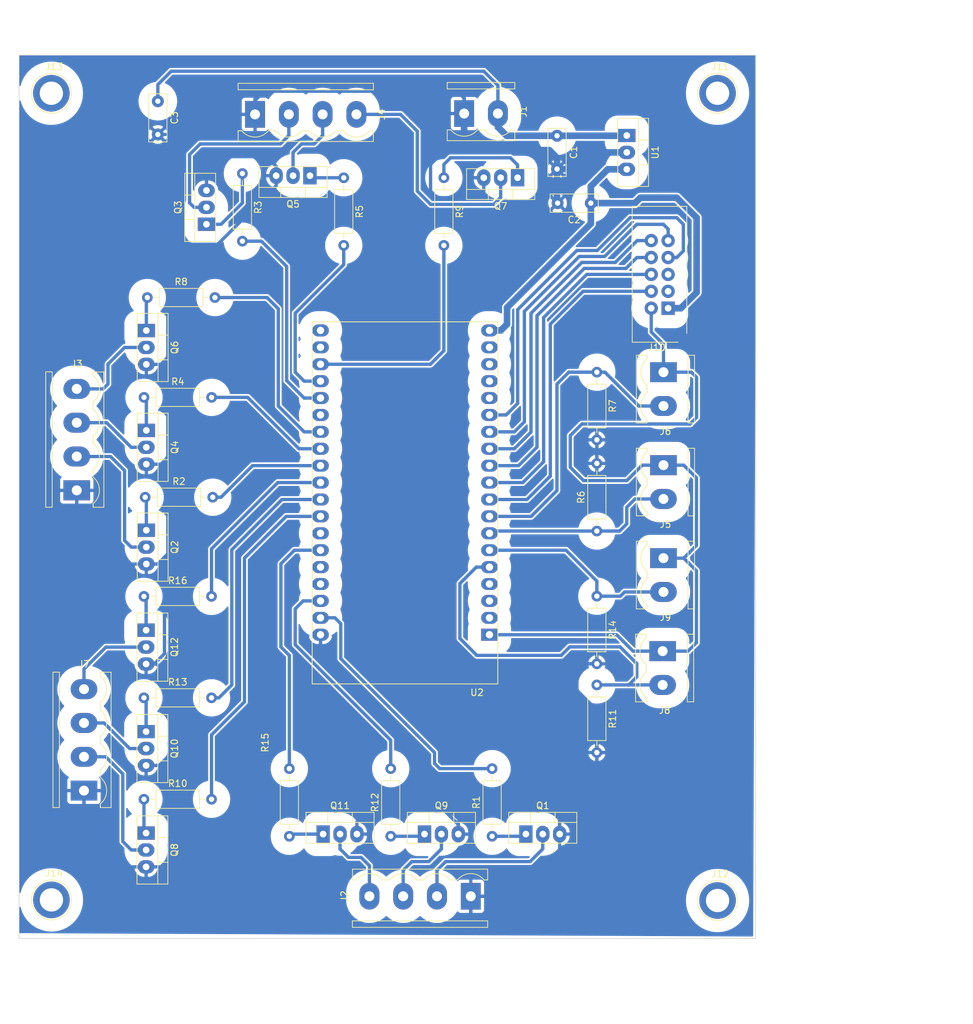
<source format=kicad_pcb>
(kicad_pcb (version 20221018) (generator pcbnew)
  (layers (0 "F.Cu" signal) (31 "B.Cu" signal) (34 "B.Paste" user) (35 "F.Paste" user) (36 "B.SilkS" user "B.Silkscreen") (37 "F.SilkS" user "F.Silkscreen") (38 "B.Mask" user) (39 "F.Mask" user) (44 "Edge.Cuts" user))
  (net 0 "")
  (net 1 "Net-(J2-Pin_2)")
  (net 2 "GND")
  (net 3 "+5V")
  (net 4 "+12V")
  (net 5 "Net-(J2-Pin_3)")
  (net 6 "Net-(J2-Pin_4)")
  (net 7 "Net-(J3-Pin_2)")
  (net 8 "Net-(J3-Pin_3)")
  (net 9 "Net-(J3-Pin_4)")
  (net 10 "Net-(J4-Pin_2)")
  (net 11 "Net-(J4-Pin_3)")
  (net 12 "Net-(J4-Pin_4)")
  (net 13 "Net-(J7-Pin_2)")
  (net 14 "+3.3V")
  (net 15 "/BT3")
  (net 16 "/BT4")
  (net 17 "Net-(J7-Pin_3)")
  (net 18 "Net-(J7-Pin_4)")
  (net 20 "/BT1")
  (net 21 "/BT2")
  (net 22 "Net-(J10-Pin_4)")
  (net 24 "Net-(J10-Pin_6)")
  (net 25 "Net-(J10-Pin_7)")
  (net 26 "Net-(J10-Pin_8)")
  (net 27 "Net-(J10-Pin_9)")
  (net 28 "Net-(J10-Pin_10)")
  (net 33 "Net-(Q1-G)")
  (net 34 "/BT1_R")
  (net 35 "/BT3_R")
  (net 36 "/BT4_R")
  (net 37 "/BT3_G")
  (net 38 "/BT4_G")
  (net 39 "/BT3_B")
  (net 40 "/BT4_B")
  (net 41 "/BT2_R")
  (net 42 "/BT1_G")
  (net 43 "/BT2_G")
  (net 44 "/BT1_B")
  (net 45 "/BT2_B")
  (net 46 "Net-(Q2-G)")
  (net 47 "Net-(Q3-G)")
  (net 48 "Net-(Q4-G)")
  (net 49 "Net-(Q5-G)")
  (net 50 "Net-(Q6-G)")
  (net 51 "Net-(Q7-G)")
  (net 52 "Net-(Q8-G)")
  (net 53 "Net-(Q9-G)")
  (net 54 "Net-(Q10-G)")
  (net 55 "Net-(Q11-G)")
  (net 56 "Net-(Q12-G)")
  (footprint "FootprintGamelGe2_v6:C_Rect_L7.0mm_W2.5mm_P5.00mm" (layer "F.Cu") (at 125.095 43.815 180)
    (fp_text reference "C2")
    (fp_text value "100 nF")
  )
  (footprint "FootprintGamelGe2_v6:TO-220-3_Vertical" (layer "F.Cu") (at 58.27 62.96 -90)
    (fp_text reference "Q6")
    (fp_text value "IRL510")
  )
  (footprint "FootprintGamelGe2_v6:Mounting_Screw_3mm" (layer "F.Cu") (at 44 148.5)
    (fp_text reference "J14")
    (fp_text value "Mounting_Screw_3mm")
  )
  (footprint "FootprintGamelGe2_v6:R_Axial_DIN0207_L6.3mm_D2.5mm_P10.16mm_Horizontal" (layer "F.Cu") (at 95.01 138.94 90)
    (fp_text reference "R12")
    (fp_text value "10")
  )
  (footprint "FootprintGamelGe2_v6:R_Axial_DIN0207_L6.3mm_D2.5mm_P10.16mm_Horizontal" (layer "F.Cu") (at 57.91 133.38)
    (fp_text reference "R10")
    (fp_text value "10")
  )
  (footprint "FootprintGamelGe2_v6:R_Axial_DIN0207_L6.3mm_D2.5mm_P10.16mm_Horizontal" (layer "F.Cu") (at 72.7075 39.37 -90)
    (fp_text reference "R3")
    (fp_text value "10")
  )
  (footprint "FootprintGamelGe2_v6:TO-220-3_Vertical" (layer "F.Cu") (at 58.235 107.98 -90)
    (fp_text reference "Q12")
    (fp_text value "IRL510")
  )
  (footprint "FootprintGamelGe2_v6:R_Axial_DIN0207_L6.3mm_D2.5mm_P10.16mm_Horizontal" (layer "F.Cu") (at 126 69.215 -90)
    (fp_text reference "R7")
    (fp_text value "10")
  )
  (footprint "FootprintGamelGe2_v6:OmnimateSL-5,08_1x02_P5.08mm_Vertical" (layer "F.Cu") (at 136.015 83.185 -90)
    (fp_text reference "J5")
    (fp_text value "Omnimate2")
  )
  (footprint "FootprintGamelGe2_v6:Mounting_Screw_3mm" (layer "F.Cu") (at 144.145 148.59)
    (fp_text reference "J12")
    (fp_text value "Mounting_Screw_3mm")
  )
  (footprint "FootprintGamelGe2_v6:TO-220-3_Vertical" (layer "F.Cu") (at 82.8675 39.695 180)
    (fp_text reference "Q5")
    (fp_text value "IRL510")
  )
  (footprint "FootprintGamelGe2_v6:TO-220-3_Vertical" (layer "F.Cu") (at 58.235 138.46 -90)
    (fp_text reference "Q8")
    (fp_text value "IRL510")
  )
  (footprint "FootprintGamelGe2_v6:TO-220-3_Vertical" (layer "F.Cu") (at 58.235 123.22 -90)
    (fp_text reference "Q10")
    (fp_text value "IRL510")
  )
  (footprint "FootprintGamelGe2_v6:R_Axial_DIN0207_L6.3mm_D2.5mm_P10.16mm_Horizontal" (layer "F.Cu") (at 79.77 138.94 90)
    (fp_text reference "R15")
    (fp_text value "10")
  )
  (footprint "FootprintGamelGe2_v6:OmnimateSL-5,08_1x04_P5.08mm_Vertical" (layer "F.Cu") (at 107.045 147.955 180)
    (fp_text reference "J2")
    (fp_text value "Omnimate4")
  )
  (footprint "FootprintGamelGe2_v6:R_Axial_DIN0207_L6.3mm_D2.5mm_P10.16mm_Horizontal" (layer "F.Cu") (at 58.095 88)
    (fp_text reference "R2")
    (fp_text value "10")
  )
  (footprint "FootprintGamelGe2_v6:TO-220-3_Vertical" (layer "F.Cu") (at 84.85 138.615)
    (fp_text reference "Q11")
    (fp_text value "IRL510")
  )
  (footprint "FootprintGamelGe2_v6:C_Rect_L7.0mm_W2.5mm_P5.00mm" (layer "F.Cu") (at 120.015 33.695 -90)
    (fp_text reference "C1")
    (fp_text value "330 nF")
  )
  (footprint "FootprintGamelGe2_v6:R_Axial_DIN0207_L6.3mm_D2.5mm_P10.16mm_Horizontal" (layer "F.Cu") (at 103 40.005 -90)
    (fp_text reference "R9")
    (fp_text value "10")
  )
  (footprint "FootprintGamelGe2_v6:R_Axial_DIN0207_L6.3mm_D2.5mm_P10.16mm_Horizontal" (layer "F.Cu") (at 126 116.205 -90)
    (fp_text reference "R11")
    (fp_text value "10")
  )
  (footprint "FootprintGamelGe2_v6:TO-220-3_Vertical" (layer "F.Cu") (at 130.5 33.655 -90)
    (fp_text reference "U1")
    (fp_text value "LM7805_TO220")
  )
  (footprint "FootprintGamelGe2_v6:R_Axial_DIN0207_L6.3mm_D2.5mm_P10.16mm_Horizontal" (layer "F.Cu") (at 57.91 102.9)
    (fp_text reference "R16")
    (fp_text value "10")
  )
  (footprint "FootprintGamelGe2_v6:Mounting_Screw_3mm" (layer "F.Cu") (at 144.145 27.305)
    (fp_text reference "J11")
    (fp_text value "Mounting_Screw_3mm")
  )
  (footprint "FootprintGamelGe2_v6:OmnimateSL-5,08_1x04_P5.08mm_Vertical" (layer "F.Cu") (at 48.895 132.08 90)
    (fp_text reference "J7")
    (fp_text value "Omnimate4")
  )
  (footprint "FootprintGamelGe2_v6:TO-220-3_Vertical" (layer "F.Cu") (at 67.31 46.99 90)
    (fp_text reference "Q3")
    (fp_text value "IRL510")
  )
  (footprint "FootprintGamelGe2_v6:TO-220-3_Vertical" (layer "F.Cu") (at 58.27 92.96 -90)
    (fp_text reference "Q2")
    (fp_text value "IRL510")
  )
  (footprint "FootprintGamelGe2_v6:C_Rect_L7.0mm_W2.5mm_P5.00mm" (layer "F.Cu") (at 60 28.5 -90)
    (fp_text reference "C3")
    (fp_text value "330 nF")
  )
  (footprint "FootprintGamelGe2_v6:OmnimateSL-5,08_1x02_P5.08mm_Vertical" (layer "F.Cu") (at 106.045 30.355)
    (fp_text reference "J1")
    (fp_text value "Omnimate2")
  )
  (footprint "FootprintGamelGe2_v6:R_Axial_DIN0207_L6.3mm_D2.5mm_P10.16mm_Horizontal" (layer "F.Cu") (at 126 102.87 -90)
    (fp_text reference "R14")
    (fp_text value "10")
  )
  (footprint "FootprintGamelGe2_v6:R_Axial_DIN0207_L6.3mm_D2.5mm_P10.16mm_Horizontal" (layer "F.Cu") (at 57.91 118.14)
    (fp_text reference "R13")
    (fp_text value "10")
  )
  (footprint "FootprintGamelGe2_v6:OmnimateSL-5,08_1x02_P5.08mm_Vertical" (layer "F.Cu") (at 136.015 97.155 -90)
    (fp_text reference "J9")
    (fp_text value "Omnimate2")
  )
  (footprint "FootprintGamelGe2_v6:R_Axial_DIN0207_L6.3mm_D2.5mm_P10.16mm_Horizontal" (layer "F.Cu") (at 57.92 73)
    (fp_text reference "R4")
    (fp_text value "10")
  )
  (footprint "FootprintGamelGe2_v6:OmnimateSL-5,08_1x04_P5.08mm_Vertical" (layer "F.Cu") (at 74.6125 30.48)
    (fp_text reference "J4")
    (fp_text value "Omnimate4")
  )
  (footprint "FootprintGamelGe2_v6:TO-220-3_Vertical" (layer "F.Cu") (at 58.27 77.96 -90)
    (fp_text reference "Q4")
    (fp_text value "IRL510")
  )
  (footprint "FootprintGamelGe2_v6:TO-220-3_Vertical" (layer "F.Cu") (at 114.08 40 180)
    (fp_text reference "Q7")
    (fp_text value "IRL510")
  )
  (footprint "libKicad:MODULE_ESP32-DEVKITC-32D" (layer "F.Cu") (at 97.155 88.9 180)
    (fp_text reference "U2")
    (fp_text value "ESP32-DEVKITC-32D")
  )
  (footprint "FootprintGamelGe2_v6:OmnimateSL-5,08_1x04_P5.08mm_Vertical" (layer "F.Cu") (at 47.81 86.965 90)
    (fp_text reference "J3")
    (fp_text value "Omnimate4")
  )
  (footprint "FootprintGamelGe2_v6:R_Axial_DIN0207_L6.3mm_D2.5mm_P10.16mm_Horizontal" (layer "F.Cu") (at 126 93.08 90)
    (fp_text reference "R6")
    (fp_text value "10k")
  )
  (footprint "FootprintGamelGe2_v6:HE10_2x05_P2.54mm" (layer "F.Cu") (at 136.715 59.605 180)
    (fp_text reference "J10")
    (fp_text value "HE10_02x05")
  )
  (footprint "FootprintGamelGe2_v6:OmnimateSL-5,08_1x02_P5.08mm_Vertical" (layer "F.Cu") (at 135.89 111.125 -90)
    (fp_text reference "J8")
    (fp_text value "Omnimate2")
  )
  (footprint "FootprintGamelGe2_v6:TO-220-3_Vertical" (layer "F.Cu") (at 100.09 138.615)
    (fp_text reference "Q9")
    (fp_text value "IRL510")
  )
  (footprint "FootprintGamelGe2_v6:R_Axial_DIN0207_L6.3mm_D2.5mm_P10.16mm_Horizontal" (layer "F.Cu") (at 110.25 138.94 90)
    (fp_text reference "R1")
    (fp_text value "10")
  )
  (footprint "FootprintGamelGe2_v6:R_Axial_DIN0207_L6.3mm_D2.5mm_P10.16mm_Horizontal" (layer "F.Cu") (at 58.42 58)
    (fp_text reference "R8")
    (fp_text value "10")
  )
  (footprint "FootprintGamelGe2_v6:TO-220-3_Vertical" (layer "F.Cu") (at 115.33 138.615)
    (fp_text reference "Q1")
    (fp_text value "IRL510")
  )
  (footprint "FootprintGamelGe2_v6:Mounting_Screw_3mm" (layer "F.Cu") (at 43.99 27.305)
    (fp_text reference "J13")
    (fp_text value "Mounting_Screw_3mm")
  )
  (footprint "FootprintGamelGe2_v6:R_Axial_DIN0207_L6.3mm_D2.5mm_P10.16mm_Horizontal" (layer "F.Cu") (at 87.9475 40.005 -90)
    (fp_text reference "R5")
    (fp_text value "10")
  )
  (footprint "FootprintGamelGe2_v6:OmnimateSL-5,08_1x02_P5.08mm_Vertical" (layer "F.Cu") (at 136.015 69.215 -90)
    (fp_text reference "J6")
    (fp_text value "Omnimate2")
  )
  (gr_rect (start 39.14 21.59) (end 149.86 154.305) (stroke (width 0.1)) (fill none) (layer "Edge.Cuts"))
  (segment (start 115.965 142.75) (end 117.87 140.845) (width 0.5) (layer "B.Cu") (net 1))
  (segment (start 101.965 144.05) (end 103.265 142.75) (width 0.5) (layer "B.Cu") (net 1))
  (segment (start 117.87 140.845) (end 117.87 138.615) (width 0.5) (layer "B.Cu") (net 1))
  (segment (start 101.965 147.955) (end 101.965 144.05) (width 0.5) (layer "B.Cu") (net 1))
  (segment (start 103.265 142.75) (end 115.965 142.75) (width 0.5) (layer "B.Cu") (net 1))
  (segment (start 119.14 135.13) (end 106.87 135.13) (width 0.5) (layer "B.Cu") (net 2))
  (segment (start 69 50) (end 64 50) (width 0.5) (layer "B.Cu") (net 2))
  (segment (start 102 43) (end 101 42) (width 0.5) (layer "B.Cu") (net 2))
  (segment (start 123.865 38.695) (end 126.365 36.195) (width 1) (layer "B.Cu") (net 2))
  (segment (start 100 127.305) (end 100 133.135) (width 0.5) (layer "B.Cu") (net 2))
  (segment (start 108.895 35.85) (end 106.045 33) (width 1) (layer "B.Cu") (net 2))
  (segment (start 74.6125 30.48) (end 74.6125 28.3875) (width 0.5) (layer "B.Cu") (net 2))
  (segment (start 103.13 135.13) (end 102.63 135.13) (width 0.5) (layer "B.Cu") (net 2))
  (segment (start 48.895 138.335) (end 54.1 143.54) (width 0.5) (layer "B.Cu") (net 2))
  (segment (start 61.72 126.78) (end 61.72 114.965) (width 0.5) (layer "B.Cu") (net 2))
  (segment (start 105.17 137.67) (end 105.17 137.17) (width 0.5) (layer "B.Cu") (net 2))
  (segment (start 107.045 147.955) (end 115.205 147.955) (width 0.5) (layer "B.Cu") (net 2))
  (segment (start 59.815 128.3) (end 60.2 128.3) (width 0.5) (layer "B.Cu") (net 2))
  (segment (start 60.3 128.3) (end 59.815 128.3) (width 0.5) (layer "B.Cu") (net 2))
  (segment (start 58.235 143.54) (end 60.45 143.54) (width 0.5) (layer "B.Cu") (net 2))
  (segment (start 106.045 33) (end 106.045 30.355) (width 1) (layer "B.Cu") (net 2))
  (segment (start 65.56 33.5) (end 66.03 33.03) (width 0.5) (layer "B.Cu") (net 2))
  (segment (start 123 114) (end 123 117) (width 0.5) (layer "B.Cu") (net 2))
  (segment (start 58.27 83.04) (end 60.46 83.04) (width 0.5) (layer "B.Cu") (net 2))
  (segment (start 58.235 148.735) (end 58.235 143.54) (width 0.5) (layer "B.Cu") (net 2))
  (segment (start 120.015 37.015) (end 118.85 35.85) (width 1) (layer "B.Cu") (net 2))
  (segment (start 104 35) (end 105 35) (width 0.5) (layer "B.Cu") (net 2))
  (segment (start 60.46 68.04) (end 61.5 67) (width 0.5) (layer "B.Cu") (net 2))
  (segment (start 60.54 68.04) (end 58.27 68.04) (width 0.5) (layer "B.Cu") (net 2))
  (segment (start 126.365 36.195) (end 130.5 36.195) (width 1) (layer "B.Cu") (net 2))
  (segment (start 107.045 150.955) (end 105.5 152.5) (width 0.5) (layer "B.Cu") (net 2))
  (segment (start 107.045 147.955) (end 107.045 150.955) (width 0.5) (layer "B.Cu") (net 2))
  (segment (start 105.17 137.67) (end 105.17 138.615) (width 0.5) (layer "B.Cu") (net 2))
  (segment (start 126 79.375) (end 139.875 79.375) (width 0.5) (layer "B.Cu") (net 2))
  (segment (start 109 42) (end 108 43) (width 0.5) (layer "B.Cu") (net 2))
  (segment (start 61.5 69) (end 60.54 68.04) (width 0.5) (layer "B.Cu") (net 2))
  (segment (start 61.72 129.72) (end 60.3 128.3) (width 0.5) (layer "B.Cu") (net 2))
  (segment (start 120.015 38.695) (end 120.015 43.735) (width 1) (layer "B.Cu") (net 2))
  (segment (start 77.7875 38.2875) (end 76.33 36.83) (width 0.5) (layer "B.Cu") (net 2))
  (segment (start 47.81 90.81) (end 55.04 98.04) (width 0.5) (layer "B.Cu") (net 2))
  (segment (start 124.03 113.03) (end 124 113) (width 0.5) (layer "B.Cu") (net 2))
  (segment (start 123 117) (end 126 120) (width 0.5) (layer "B.Cu") (net 2))
  (segment (start 61.5 37.56) (end 66.03 33.03) (width 0.5) (layer "B.Cu") (net 2))
  (segment (start 100 133.135) (end 101.995 135.13) (width 0.5) (layer "B.Cu") (net 2))
  (segment (start 126 120) (end 126 121) (width 0.5) (layer "B.Cu") (net 2))
  (segment (start 115.205 147.955) (end 120.41 142.75) (width 0.5) (layer "B.Cu") (net 2))
  (segment (start 84.455 111.76) (end 100 127.305) (width 0.5) (layer "B.Cu") (net 2))
  (segment (start 61 99) (end 60.04 98.04) (width 0.5) (layer "B.Cu") (net 2))
  (segment (start 77.7875 41.2125) (end 69 50) (width 0.5) (layer "B.Cu") (net 2))
  (segment (start 76.33 36.83) (end 69.17 36.83) (width 0.5) (layer "B.Cu") (net 2))
  (segment (start 105 27) (end 106.045 28.045) (width 0.5) (layer "B.Cu") (net 2))
  (segment (start 61.5 47.5) (end 61.5 37.56) (width 0.5) (layer "B.Cu") (net 2))
  (segment (start 120.015 38.695) (end 123.865 38.695) (width 1) (layer "B.Cu") (net 2))
  (segment (start 54.1 143.54) (end 58.235 143.54) (width 0.5) (layer "B.Cu") (net 2))
  (segment (start 106.87 135.13) (end 105.17 136.83) (width 0.5) (layer "B.Cu") (net 2))
  (segment (start 126 113.03) (end 124.03 113.03) (width 0.5) (layer "B.Cu") (net 2))
  (segment (start 60 33.5) (end 65.56 33.5) (width 0.5) (layer "B.Cu") (net 2))
  (segment (start 61 111.5) (end 61 99) (width 0.5) (layer "B.Cu") (net 2))
  (segment (start 61.5 67) (end 61.5 47.5) (width 0.5) (layer "B.Cu") (net 2))
  (segment (start 77.7875 39.695) (end 77.7875 38.2875) (width 0.5) (layer "B.Cu") (net 2))
  (segment (start 76 27) (end 105 27) (width 0.5) (layer "B.Cu") (net 2))
  (segment (start 58.27 68.04) (end 60.46 68.04) (width 0.5) (layer "B.Cu") (net 2))
  (segment (start 84.455 108.66) (end 84.455 111.76) (width 0.5) (layer "B.Cu") (net 2))
  (segment (start 102.63 135.13) (end 91.6025 135.13) (width 0.5) (layer "B.Cu") (net 2))
  (segment (start 91.6025 135.13) (end 89.93 136.8025) (width 0.5) (layer "B.Cu") (net 2))
  (segment (start 144 118) (end 135.635 126.365) (width 0.5) (layer "B.Cu") (net 2))
  (segment (start 105.17 137.17) (end 103.13 135.13) (width 0.5) (layer "B.Cu") (net 2))
  (segment (start 120.41 136.4) (end 119.14 135.13) (width 0.5) (layer "B.Cu") (net 2))
  (segment (start 135.635 126.365) (end 126 126.365) (width 0.5) (layer "B.Cu") (net 2))
  (segment (start 101 38) (end 104 35) (width 0.5) (layer "B.Cu") (net 2))
  (segment (start 106.045 28.045) (end 106.045 30.355) (width 0.5) (layer "B.Cu") (net 2))
  (segment (start 89.93 136.8025) (end 89.93 138.615) (width 0.5) (layer "B.Cu") (net 2))
  (segment (start 60.46 83.04) (end 61.5 82) (width 0.5) (layer "B.Cu") (net 2))
  (segment (start 120.41 142.75) (end 120.41 138.615) (width 0.5) (layer "B.Cu") (net 2))
  (segment (start 101 42) (end 101 38) (width 0.5) (layer "B.Cu") (net 2))
  (segment (start 64 50) (end 61.5 47.5) (width 0.5) (layer "B.Cu") (net 2))
  (segment (start 61.5 84) (end 60.54 83.04) (width 0.5) (layer "B.Cu") (net 2))
  (segment (start 101.995 135.13) (end 102.63 135.13) (width 0.5) (layer "B.Cu") (net 2))
  (segment (start 67.31 38.69) (end 67.31 41.91) (width 0.5) (layer "B.Cu") (net 2))
  (segment (start 105.5 152.5) (end 62 152.5) (width 0.5) (layer "B.Cu") (net 2))
  (segment (start 139.875 79.375) (end 144 83.5) (width 0.5) (layer "B.Cu") (net 2))
  (segment (start 74.6125 30.48) (end 68.58 30.48) (width 0.5) (layer "B.Cu") (net 2))
  (segment (start 74.6125 28.3875) (end 76 27) (width 0.5) (layer "B.Cu") (net 2))
  (segment (start 120.41 138.615) (end 120.41 136.4) (width 0.5) (layer "B.Cu") (net 2))
  (segment (start 106.045 33.955) (end 106.045 33) (width 0.5) (layer "B.Cu") (net 2))
  (segment (start 144 83.5) (end 144 118) (width 0.5) (layer "B.Cu") (net 2))
  (segment (start 58.27 98.04) (end 59.96 98.04) (width 0.5) (layer "B.Cu") (net 2))
  (segment (start 58.235 113.06) (end 59.44 113.06) (width 0.5) (layer "B.Cu") (net 2))
  (segment (start 126 82.92) (end 126 79.375) (width 0.5) (layer "B.Cu") (net 2))
  (segment (start 109 40) (end 109 42) (width 0.5) (layer "B.Cu") (net 2))
  (segment (start 60.54 83.04) (end 58.27 83.04) (width 0.5) (layer "B.Cu") (net 2))
  (segment (start 59.44 113.06) (end 61 111.5) (width 0.5) (layer "B.Cu") (net 2))
  (segment (start 108 43) (end 102 43) (width 0.5) (layer "B.Cu") (net 2))
  (segment (start 118.85 35.85) (end 108.895 35.85) (width 1) (layer "B.Cu") (net 2))
  (segment (start 120.41 136.13) (end 126 130.54) (width 0.5) (layer "B.Cu") (net 2))
  (segment (start 61.72 114.965) (end 59.815 113.06) (width 0.5) (layer "B.Cu") (net 2))
  (segment (start 59.815 113.06) (end 58.235 113.06) (width 0.5) (layer "B.Cu") (net 2))
  (segment (start 60.2 128.3) (end 61.72 126.78) (width 0.5) (layer "B.Cu") (net 2))
  (segment (start 120.015 38.695) (end 120.015 37.015) (width 1) (layer "B.Cu") (net 2))
  (segment (start 77.7875 39.695) (end 77.7875 41.2125) (width 0.5) (layer "B.Cu") (net 2))
  (segment (start 47.81 86.965) (end 47.81 90.81) (width 0.5) (layer "B.Cu") (net 2))
  (segment (start 124 113) (end 123 114) (width 0.5) (layer "B.Cu") (net 2))
  (segment (start 59.815 128.3) (end 58.235 128.3) (width 0.5) (layer "B.Cu") (net 2))
  (segment (start 60.45 143.54) (end 61.72 142.27) (width 0.5) (layer "B.Cu") (net 2))
  (segment (start 105 35) (end 106.045 33.955) (width 0.5) (layer "B.Cu") (net 2))
  (segment (start 61.5 96.5) (end 61.5 84) (width 0.5) (layer "B.Cu") (net 2))
  (segment (start 120.41 138.615) (end 120.41 136.13) (width 0.5) (layer "B.Cu") (net 2))
  (segment (start 55.04 98.04) (end 58.27 98.04) (width 0.5) (layer "B.Cu") (net 2))
  (segment (start 59.96 98.04) (end 61.5 96.5) (width 0.5) (layer "B.Cu") (net 2))
  (segment (start 60.04 98.04) (end 58.27 98.04) (width 0.5) (layer "B.Cu") (net 2))
  (segment (start 62 152.5) (end 58.235 148.735) (width 0.5) (layer "B.Cu") (net 2))
  (segment (start 68.58 30.48) (end 66.03 33.03) (width 0.5) (layer "B.Cu") (net 2))
  (segment (start 48.895 132.08) (end 48.895 138.335) (width 0.5) (layer "B.Cu") (net 2))
  (segment (start 120.015 43.735) (end 120.095 43.815) (width 1) (layer "B.Cu") (net 2))
  (segment (start 61.72 142.27) (end 61.72 129.72) (width 0.5) (layer "B.Cu") (net 2))
  (segment (start 61.5 82) (end 61.5 69) (width 0.5) (layer "B.Cu") (net 2))
  (segment (start 126 121) (end 126 126.365) (width 0.5) (layer "B.Cu") (net 2))
  (segment (start 105.17 136.83) (end 105.17 137.67) (width 0.5) (layer "B.Cu") (net 2))
  (segment (start 126 130.54) (end 126 126.365) (width 0.5) (layer "B.Cu") (net 2))
  (segment (start 69.17 36.83) (end 67.31 38.69) (width 0.5) (layer "B.Cu") (net 2))
  (segment (start 125.095 46.905) (end 112.5 59.5) (width 1) (layer "B.Cu") (net 3))
  (segment (start 132.535 43) (end 138 43) (width 1) (layer "B.Cu") (net 3))
  (segment (start 112.5 62) (end 111.56 62.94) (width 1) (layer "B.Cu") (net 3))
  (segment (start 138 43) (end 141 46) (width 1) (layer "B.Cu") (net 3))
  (segment (start 141 46) (end 141 57.225) (width 1) (layer "B.Cu") (net 3))
  (segment (start 125.095 41.275) (end 127.635 38.735) (width 1) (layer "B.Cu") (net 3))
  (segment (start 131.72 43.815) (end 132.535 43) (width 1) (layer "B.Cu") (net 3))
  (segment (start 125.095 43.815) (end 125.095 41.275) (width 1) (layer "B.Cu") (net 3))
  (segment (start 112.5 59.5) (end 112.5 62) (width 1) (layer "B.Cu") (net 3))
  (segment (start 141 57.225) (end 138.62 59.605) (width 1) (layer "B.Cu") (net 3))
  (segment (start 125.095 43.815) (end 131.72 43.815) (width 1) (layer "B.Cu") (net 3))
  (segment (start 111.56 62.94) (end 109.855 62.94) (width 1) (layer "B.Cu") (net 3))
  (segment (start 127.635 38.735) (end 130.5 38.735) (width 1) (layer "B.Cu") (net 3))
  (segment (start 138.62 59.605) (end 136.715 59.605) (width 1) (layer "B.Cu") (net 3))
  (segment (start 125.095 43.815) (end 125.095 46.905) (width 1) (layer "B.Cu") (net 3))
  (segment (start 120.015 33.695) (end 112.435 33.695) (width 1) (layer "B.Cu") (net 4))
  (segment (start 130.46 33.695) (end 130.5 33.655) (width 1) (layer "B.Cu") (net 4))
  (segment (start 62 24) (end 109 24) (width 0.5) (layer "B.Cu") (net 4))
  (segment (start 111.125 32.385) (end 111.125 30.355) (width 1) (layer "B.Cu") (net 4))
  (segment (start 112.435 33.695) (end 111.125 32.385) (width 1) (layer "B.Cu") (net 4))
  (segment (start 60 26) (end 62 24) (width 0.5) (layer "B.Cu") (net 4))
  (segment (start 60 28.5) (end 60 26) (width 0.5) (layer "B.Cu") (net 4))
  (segment (start 111.125 26.125) (end 111.125 30.355) (width 0.5) (layer "B.Cu") (net 4))
  (segment (start 120.015 33.695) (end 130.46 33.695) (width 1) (layer "B.Cu") (net 4))
  (segment (start 109 24) (end 111.125 26.125) (width 0.5) (layer "B.Cu") (net 4))
  (segment (start 102.63 138.615) (end 102.63 140.845) (width 0.5) (layer "B.Cu") (net 5))
  (segment (start 102.63 140.845) (end 100.725 142.75) (width 0.5) (layer "B.Cu") (net 5))
  (segment (start 98.185 142.75) (end 96.885 144.05) (width 0.5) (layer "B.Cu") (net 5))
  (segment (start 96.885 144.05) (end 96.885 147.955) (width 0.5) (layer "B.Cu") (net 5))
  (segment (start 100.725 142.75) (end 98.185 142.75) (width 0.5) (layer "B.Cu") (net 5))
  (segment (start 88.66 142.115) (end 87.39 140.845) (width 0.5) (layer "B.Cu") (net 6))
  (segment (start 91.805 147.955) (end 91.805 143.415) (width 0.5) (layer "B.Cu") (net 6))
  (segment (start 91.835 143.385) (end 90.565 142.115) (width 0.5) (layer "B.Cu") (net 6))
  (segment (start 87.39 140.845) (end 87.39 138.615) (width 0.5) (layer "B.Cu") (net 6))
  (segment (start 90.565 142.115) (end 88.66 142.115) (width 0.5) (layer "B.Cu") (net 6))
  (segment (start 91.805 143.415) (end 91.835 143.385) (width 0.5) (layer "B.Cu") (net 6))
  (segment (start 58.27 95.5) (end 56 95.5) (width 0.5) (layer "B.Cu") (net 7))
  (segment (start 52.885 81.885) (end 47.81 81.885) (width 0.5) (layer "B.Cu") (net 7))
  (segment (start 56 95.5) (end 55 94.5) (width 0.5) (layer "B.Cu") (net 7))
  (segment (start 55 84) (end 52.885 81.885) (width 0.5) (layer "B.Cu") (net 7))
  (segment (start 55 94.5) (end 55 84) (width 0.5) (layer "B.Cu") (net 7))
  (segment (start 56 80.5) (end 52.305 76.805) (width 0.5) (layer "B.Cu") (net 8))
  (segment (start 58.27 80.5) (end 56 80.5) (width 0.5) (layer "B.Cu") (net 8))
  (segment (start 52.305 76.805) (end 47.81 76.805) (width 0.5) (layer "B.Cu") (net 8))
  (segment (start 55 65.5) (end 58.27 65.5) (width 0.5) (layer "B.Cu") (net 9))
  (segment (start 52.5 68) (end 55 65.5) (width 0.5) (layer "B.Cu") (net 9))
  (segment (start 52.5 71) (end 52.5 68) (width 0.5) (layer "B.Cu") (net 9))
  (segment (start 51.775 71.725) (end 52.5 71) (width 0.5) (layer "B.Cu") (net 9))
  (segment (start 47.81 71.725) (end 51.775 71.725) (width 0.5) (layer "B.Cu") (net 9))
  (segment (start 67.31 44.45) (end 65.45 44.45) (width 0.5) (layer "B.Cu") (net 10))
  (segment (start 78.4225 34.925) (end 79.6925 33.655) (width 0.5) (layer "B.Cu") (net 10))
  (segment (start 65.45 44.45) (end 64.77 43.77) (width 0.5) (layer "B.Cu") (net 10))
  (segment (start 64.77 36.5125) (end 66.3575 34.925) (width 0.5) (layer "B.Cu") (net 10))
  (segment (start 79.6925 33.655) (end 79.6925 30.48) (width 0.5) (layer "B.Cu") (net 10))
  (segment (start 66.3575 34.925) (end 78.4225 34.925) (width 0.5) (layer "B.Cu") (net 10))
  (segment (start 64.77 43.77) (end 64.77 36.5125) (width 0.5) (layer "B.Cu") (net 10))
  (segment (start 80.3275 36.195) (end 80.3275 39.695) (width 0.5) (layer "B.Cu") (net 11))
  (segment (start 84.7725 33.655) (end 83.5025 34.925) (width 0.5) (layer "B.Cu") (net 11))
  (segment (start 83.5025 34.925) (end 81.5975 34.925) (width 0.5) (layer "B.Cu") (net 11))
  (segment (start 84.7725 30.48) (end 84.7725 33.655) (width 0.5) (layer "B.Cu") (net 11))
  (segment (start 81.5975 34.925) (end 80.3275 36.195) (width 0.5) (layer "B.Cu") (net 11))
  (segment (start 96.48 30.48) (end 89.8525 30.48) (width 0.5) (layer "B.Cu") (net 12))
  (segment (start 111.54 42.96) (end 110.5 44) (width 0.5) (layer "B.Cu") (net 12))
  (segment (start 101 44) (end 99 42) (width 0.5) (layer "B.Cu") (net 12))
  (segment (start 111.54 40) (end 111.54 42.96) (width 0.5) (layer "B.Cu") (net 12))
  (segment (start 99 42) (end 99 33) (width 0.5) (layer "B.Cu") (net 12))
  (segment (start 99 33) (end 96.48 30.48) (width 0.5) (layer "B.Cu") (net 12))
  (segment (start 110.5 44) (end 101 44) (width 0.5) (layer "B.Cu") (net 12))
  (segment (start 52.165 127) (end 54.735 129.57) (width 0.5) (layer "B.Cu") (net 13))
  (segment (start 48.895 127) (end 52.165 127) (width 0.5) (layer "B.Cu") (net 13))
  (segment (start 54.735 129.57) (end 54.735 139.735) (width 0.5) (layer "B.Cu") (net 13))
  (segment (start 54.735 139.735) (end 56 141) (width 0.5) (layer "B.Cu") (net 13))
  (segment (start 56 141) (end 58.235 141) (width 0.5) (layer "B.Cu") (net 13))
  (segment (start 136.015 83.185) (end 132.815 83.185) (width 0.5) (layer "B.Cu") (net 14))
  (segment (start 139.065 83.185) (end 136.015 83.185) (width 0.5) (layer "B.Cu") (net 14))
  (segment (start 128.98 108.66) (end 109.855 108.66) (width 0.5) (layer "B.Cu") (net 14))
  (segment (start 140.97 95.25) (end 140.97 85.09) (width 0.5) (layer "B.Cu") (net 14))
  (segment (start 123.75 77) (end 140 77) (width 0.5) (layer "B.Cu") (net 14))
  (segment (start 141 76) (end 141 70) (width 0.5) (layer "B.Cu") (net 14))
  (segment (start 141 70) (end 140.215 69.215) (width 0.5) (layer "B.Cu") (net 14))
  (segment (start 122 83.5) (end 122 78.75) (width 0.5) (layer "B.Cu") (net 14))
  (segment (start 135.89 111.125) (end 139.7 111.125) (width 0.5) (layer "B.Cu") (net 14))
  (segment (start 139.7 111.125) (end 140.97 109.855) (width 0.5) (layer "B.Cu") (net 14))
  (segment (start 140.97 109.855) (end 140.97 99.06) (width 0.5) (layer "B.Cu") (net 14))
  (segment (start 140.215 69.215) (end 136.015 69.215) (width 0.5) (layer "B.Cu") (net 14))
  (segment (start 140.97 99.06) (end 139.065 97.155) (width 0.5) (layer "B.Cu") (net 14))
  (segment (start 134.175 63.175) (end 136.015 65.015) (width 0.5) (layer "B.Cu") (net 14))
  (segment (start 140.97 85.09) (end 139.065 83.185) (width 0.5) (layer "B.Cu") (net 14))
  (segment (start 140 77) (end 141 76) (width 0.5) (layer "B.Cu") (net 14))
  (segment (start 124 85.5) (end 122 83.5) (width 0.5) (layer "B.Cu") (net 14))
  (segment (start 134.175 59.605) (end 134.175 63.175) (width 0.5) (layer "B.Cu") (net 14))
  (segment (start 130.5 85.5) (end 124 85.5) (width 0.5) (layer "B.Cu") (net 14))
  (segment (start 136.015 65.015) (end 136.015 69.215) (width 0.5) (layer "B.Cu") (net 14))
  (segment (start 135.89 111.125) (end 131.445 111.125) (width 0.5) (layer "B.Cu") (net 14))
  (segment (start 139.065 97.155) (end 136.015 97.155) (width 0.5) (layer "B.Cu") (net 14))
  (segment (start 132.815 83.185) (end 130.5 85.5) (width 0.5) (layer "B.Cu") (net 14))
  (segment (start 122 78.75) (end 123.75 77) (width 0.5) (layer "B.Cu") (net 14))
  (segment (start 131.445 111.125) (end 128.98 108.66) (width 0.5) (layer "B.Cu") (net 14))
  (segment (start 139.065 97.155) (end 140.97 95.25) (width 0.5) (layer "B.Cu") (net 14))
  (segment (start 110.195 93.08) (end 109.855 93.42) (width 0.5) (layer "B.Cu") (net 15))
  (segment (start 130.5 89.5) (end 130.5 92) (width 0.5) (layer "B.Cu") (net 15))
  (segment (start 129.42 93.08) (end 126 93.08) (width 0.5) (layer "B.Cu") (net 15))
  (segment (start 131.735 88.265) (end 130.5 89.5) (width 0.5) (layer "B.Cu") (net 15))
  (segment (start 130.5 92) (end 129.42 93.08) (width 0.5) (layer "B.Cu") (net 15))
  (segment (start 136.015 88.265) (end 131.735 88.265) (width 0.5) (layer "B.Cu") (net 15))
  (segment (start 126 93.08) (end 110.195 93.08) (width 0.5) (layer "B.Cu") (net 15))
  (segment (start 116.12 90.88) (end 120 87) (width 0.5) (layer "B.Cu") (net 16))
  (segment (start 120 71) (end 121.785 69.215) (width 0.5) (layer "B.Cu") (net 16))
  (segment (start 132.295 74.295) (end 127.215 69.215) (width 0.5) (layer "B.Cu") (net 16))
  (segment (start 121.785 69.215) (end 124.46 69.215) (width 0.5) (layer "B.Cu") (net 16))
  (segment (start 136.015 74.295) (end 132.295 74.295) (width 0.5) (layer "B.Cu") (net 16))
  (segment (start 109.855 90.88) (end 116.12 90.88) (width 0.5) (layer "B.Cu") (net 16))
  (segment (start 127.215 69.215) (end 124.46 69.215) (width 0.5) (layer "B.Cu") (net 16))
  (segment (start 120 87) (end 120 71) (width 0.5) (layer "B.Cu") (net 16))
  (segment (start 55.76 125.76) (end 58.235 125.76) (width 0.5) (layer "B.Cu") (net 17))
  (segment (start 48.895 121.92) (end 51.92 121.92) (width 0.5) (layer "B.Cu") (net 17))
  (segment (start 51.92 121.92) (end 55.76 125.76) (width 0.5) (layer "B.Cu") (net 17))
  (segment (start 52.195 110.52) (end 48.895 113.82) (width 0.5) (layer "B.Cu") (net 18))
  (segment (start 48.895 113.82) (end 48.895 116.84) (width 0.5) (layer "B.Cu") (net 18))
  (segment (start 58.235 110.52) (end 52.195 110.52) (width 0.5) (layer "B.Cu") (net 18))
  (segment (start 132 113) (end 132 115) (width 0.5) (layer "B.Cu") (net 20))
  (segment (start 107.95 111.76) (end 120.65 111.76) (width 0.5) (layer "B.Cu") (net 20))
  (segment (start 132 115) (end 130.795 116.205) (width 0.5) (layer "B.Cu") (net 20))
  (segment (start 121.92 110.49) (end 129.49 110.49) (width 0.5) (layer "B.Cu") (net 20))
  (segment (start 129.49 110.49) (end 132 113) (width 0.5) (layer "B.Cu") (net 20))
  (segment (start 105.41 109.22) (end 107.95 111.76) (width 0.5) (layer "B.Cu") (net 20))
  (segment (start 109.855 98.5) (end 107.875 98.5) (width 0.5) (layer "B.Cu") (net 20))
  (segment (start 105.41 100.965) (end 105.41 109.22) (width 0.5) (layer "B.Cu") (net 20))
  (segment (start 135.89 116.205) (end 130.795 116.205) (width 0.5) (layer "B.Cu") (net 20))
  (segment (start 107.875 98.5) (end 105.41 100.965) (width 0.5) (layer "B.Cu") (net 20))
  (segment (start 120.65 111.76) (end 121.92 110.49) (width 0.5) (layer "B.Cu") (net 20))
  (segment (start 126 116.205) (end 130.795 116.205) (width 0.5) (layer "B.Cu") (net 20))
  (segment (start 121.36 95.96) (end 126 100.6) (width 0.5) (layer "B.Cu") (net 21))
  (segment (start 129.54 102.87) (end 126 102.87) (width 0.5) (layer "B.Cu") (net 21))
  (segment (start 130.175 102.235) (end 129.54 102.87) (width 0.5) (layer "B.Cu") (net 21))
  (segment (start 130.175 102.235) (end 136.015 102.235) (width 0.5) (layer "B.Cu") (net 21))
  (segment (start 126 100.6) (end 126 102.87) (width 0.5) (layer "B.Cu") (net 21))
  (segment (start 109.855 95.96) (end 121.36 95.96) (width 0.5) (layer "B.Cu") (net 21))
  (segment (start 119 62) (end 123.935 57.065) (width 0.5) (layer "B.Cu") (net 22))
  (segment (start 109.855 88.34) (end 115.495 88.34) (width 0.5) (layer "B.Cu") (net 22))
  (segment (start 115.495 88.34) (end 119 84.835) (width 0.5) (layer "B.Cu") (net 22))
  (segment (start 123.935 57.065) (end 134.175 57.065) (width 0.5) (layer "B.Cu") (net 22))
  (segment (start 119 84.835) (end 119 62) (width 0.5) (layer "B.Cu") (net 22))
  (segment (start 118 61) (end 124.475 54.525) (width 0.5) (layer "B.Cu") (net 24))
  (segment (start 109.855 85.8) (end 114.86 85.8) (width 0.5) (layer "B.Cu") (net 24))
  (segment (start 124.475 54.525) (end 134.175 54.525) (width 0.5) (layer "B.Cu") (net 24))
  (segment (start 118 82.66) (end 118 61) (width 0.5) (layer "B.Cu") (net 24))
  (segment (start 114.86 85.8) (end 118 82.66) (width 0.5) (layer "B.Cu") (net 24))
  (segment (start 126.073004 50.926996) (end 131 46) (width 0.5) (layer "B.Cu") (net 25))
  (segment (start 122.98466 50.926996) (end 126.073004 50.926996) (width 0.5) (layer "B.Cu") (net 25))
  (segment (start 139 51) (end 138.015 51.985) (width 0.5) (layer "B.Cu") (net 25))
  (segment (start 131 46) (end 138 46) (width 0.5) (layer "B.Cu") (net 25))
  (segment (start 109.855 75.64) (end 112.36 75.64) (width 0.5) (layer "B.Cu") (net 25))
  (segment (start 138.015 51.985) (end 136.715 51.985) (width 0.5) (layer "B.Cu") (net 25))
  (segment (start 114.100499 73.899501) (end 114.100499 59.811157) (width 0.5) (layer "B.Cu") (net 25))
  (segment (start 138 46) (end 139 47) (width 0.5) (layer "B.Cu") (net 25))
  (segment (start 139 47) (end 139 51) (width 0.5) (layer "B.Cu") (net 25))
  (segment (start 112.36 75.64) (end 114.100499 73.899501) (width 0.5) (layer "B.Cu") (net 25))
  (segment (start 114.100499 59.811157) (end 122.98466 50.926996) (width 0.5) (layer "B.Cu") (net 25))
  (segment (start 117 80.485) (end 117 60.727914) (width 0.5) (layer "B.Cu") (net 26))
  (segment (start 130.374501 53.625499) (end 132.015 51.985) (width 0.5) (layer "B.Cu") (net 26))
  (segment (start 132.015 51.985) (end 134.175 51.985) (width 0.5) (layer "B.Cu") (net 26))
  (segment (start 117 60.727914) (end 124.102415 53.625499) (width 0.5) (layer "B.Cu") (net 26))
  (segment (start 124.102415 53.625499) (end 130.374501 53.625499) (width 0.5) (layer "B.Cu") (net 26))
  (segment (start 114.225 83.26) (end 117 80.485) (width 0.5) (layer "B.Cu") (net 26))
  (segment (start 109.855 83.26) (end 114.225 83.26) (width 0.5) (layer "B.Cu") (net 26))
  (segment (start 115.100499 60.083243) (end 123.357245 51.826497) (width 0.5) (layer "B.Cu") (net 27))
  (segment (start 127.173503 51.826497) (end 132 47) (width 0.5) (layer "B.Cu") (net 27))
  (segment (start 115.100499 76.673673) (end 115.100499 60.083243) (width 0.5) (layer "B.Cu") (net 27))
  (segment (start 136.715 47.715) (end 136.715 49.445) (width 0.5) (layer "B.Cu") (net 27))
  (segment (start 123.357245 51.826497) (end 127.173503 51.826497) (width 0.5) (layer "B.Cu") (net 27))
  (segment (start 132 47) (end 136 47) (width 0.5) (layer "B.Cu") (net 27))
  (segment (start 136 47) (end 136.715 47.715) (width 0.5) (layer "B.Cu") (net 27))
  (segment (start 109.855 78.18) (end 113.594172 78.18) (width 0.5) (layer "B.Cu") (net 27))
  (segment (start 113.594172 78.18) (end 115.100499 76.673673) (width 0.5) (layer "B.Cu") (net 27))
  (segment (start 132.055 49.445) (end 134.175 49.445) (width 0.5) (layer "B.Cu") (net 28))
  (segment (start 113.59 80.72) (end 116.100499 78.209501) (width 0.5) (layer "B.Cu") (net 28))
  (segment (start 116.100499 78.209501) (end 116.100499 60.355329) (width 0.5) (layer "B.Cu") (net 28))
  (segment (start 116.100499 60.355329) (end 123.72983 52.725998) (width 0.5) (layer "B.Cu") (net 28))
  (segment (start 123.72983 52.725998) (end 128.774002 52.725998) (width 0.5) (layer "B.Cu") (net 28))
  (segment (start 109.855 80.72) (end 113.59 80.72) (width 0.5) (layer "B.Cu") (net 28))
  (segment (start 128.774002 52.725998) (end 132.055 49.445) (width 0.5) (layer "B.Cu") (net 28))
  (segment (start 110.25 138.94) (end 115.005 138.94) (width 0.5) (layer "B.Cu") (net 33))
  (segment (start 115.005 138.94) (end 115.33 138.615) (width 0.5) (layer "B.Cu") (net 33))
  (segment (start 87.5 112.265) (end 101.6 126.365) (width 0.5) (layer "B.Cu") (net 34))
  (segment (start 87.5 107) (end 87.5 112.265) (width 0.5) (layer "B.Cu") (net 34))
  (segment (start 101.6 126.365) (end 101.6 128) (width 0.5) (layer "B.Cu") (net 34))
  (segment (start 101.6 128) (end 102.38 128.78) (width 0.5) (layer "B.Cu") (net 34))
  (segment (start 102.38 128.78) (end 110.25 128.78) (width 0.5) (layer "B.Cu") (net 34))
  (segment (start 86.62 106.12) (end 87.5 107) (width 0.5) (layer "B.Cu") (net 34))
  (segment (start 84.455 106.12) (end 86.62 106.12) (width 0.5) (layer "B.Cu") (net 34))
  (segment (start 68.255 88) (end 69.5 88) (width 0.5) (layer "B.Cu") (net 35))
  (segment (start 69.5 88) (end 74.24 83.26) (width 0.5) (layer "B.Cu") (net 35))
  (segment (start 74.24 83.26) (end 84.455 83.26) (width 0.5) (layer "B.Cu") (net 35))
  (segment (start 79.375 53.34) (end 79.375 70.485) (width 0.5) (layer "B.Cu") (net 36))
  (segment (start 75.565 49.53) (end 79.375 53.34) (width 0.5) (layer "B.Cu") (net 36))
  (segment (start 79.375 70.485) (end 81.99 73.1) (width 0.5) (layer "B.Cu") (net 36))
  (segment (start 72.7075 49.53) (end 75.565 49.53) (width 0.5) (layer "B.Cu") (net 36))
  (segment (start 81.99 73.1) (end 84.455 73.1) (width 0.5) (layer "B.Cu") (net 36))
  (segment (start 84.455 80.72) (end 81.22 80.72) (width 0.5) (layer "B.Cu") (net 37))
  (segment (start 73.5 73) (end 68.08 73) (width 0.5) (layer "B.Cu") (net 37))
  (segment (start 81.22 80.72) (end 73.5 73) (width 0.5) (layer "B.Cu") (net 37))
  (segment (start 87.9475 53.0525) (end 80.645 60.355) (width 0.5) (layer "B.Cu") (net 38))
  (segment (start 80.645 60.355) (end 80.645 61.595) (width 0.5) (layer "B.Cu") (net 38))
  (segment (start 87.9475 50.165) (end 87.9475 53.0525) (width 0.5) (layer "B.Cu") (net 38))
  (segment (start 80.645 61.2775) (end 80.645 69.215) (width 0.5) (layer "B.Cu") (net 38))
  (segment (start 80.645 69.215) (end 81.99 70.56) (width 0.5) (layer "B.Cu") (net 38))
  (segment (start 81.99 70.56) (end 84.455 70.56) (width 0.5) (layer "B.Cu") (net 38))
  (segment (start 68.58 58) (end 76.415 58) (width 0.5) (layer "B.Cu") (net 39))
  (segment (start 78.105 59.69) (end 78.105 74.295) (width 0.5) (layer "B.Cu") (net 39))
  (segment (start 78.105 74.295) (end 81.99 78.18) (width 0.5) (layer "B.Cu") (net 39))
  (segment (start 81.99 78.18) (end 84.455 78.18) (width 0.5) (layer "B.Cu") (net 39))
  (segment (start 76.415 58) (end 78.105 59.69) (width 0.5) (layer "B.Cu") (net 39))
  (segment (start 103 50.165) (end 103 66) (width 0.5) (layer "B.Cu") (net 40))
  (segment (start 100.98 68.02) (end 84.455 68.02) (width 0.5) (layer "B.Cu") (net 40))
  (segment (start 103 66) (end 100.98 68.02) (width 0.5) (layer "B.Cu") (net 40))
  (segment (start 79.3 90.88) (end 73.025 97.155) (width 0.5) (layer "B.Cu") (net 41))
  (segment (start 73.025 118.745) (end 68.07 123.7) (width 0.5) (layer "B.Cu") (net 41))
  (segment (start 73.025 97.155) (end 73.025 118.745) (width 0.5) (layer "B.Cu") (net 41))
  (segment (start 68.07 123.7) (end 68.07 133.38) (width 0.5) (layer "B.Cu") (net 41))
  (segment (start 84.455 90.88) (end 79.3 90.88) (width 0.5) (layer "B.Cu") (net 41))
  (segment (start 80.645 110.145) (end 95.01 124.51) (width 0.5) (layer "B.Cu") (net 42))
  (segment (start 95.01 124.51) (end 95.01 128.78) (width 0.5) (layer "B.Cu") (net 42))
  (segment (start 81.84 103.58) (end 80.645 104.775) (width 0.5) (layer "B.Cu") (net 42))
  (segment (start 80.645 104.775) (end 80.645 110.145) (width 0.5) (layer "B.Cu") (net 42))
  (segment (start 84.455 103.58) (end 81.84 103.58) (width 0.5) (layer "B.Cu") (net 42))
  (segment (start 69.185 118.14) (end 71.12 116.205) (width 0.5) (layer "B.Cu") (net 43))
  (segment (start 71.12 116.205) (end 71.12 95.885) (width 0.5) (layer "B.Cu") (net 43))
  (segment (start 71.12 95.885) (end 78.665 88.34) (width 0.5) (layer "B.Cu") (net 43))
  (segment (start 78.665 88.34) (end 84.455 88.34) (width 0.5) (layer "B.Cu") (net 43))
  (segment (start 68.07 118.14) (end 69.185 118.14) (width 0.5) (layer "B.Cu") (net 43))
  (segment (start 78.5 110.5) (end 78.5 98) (width 0.5) (layer "B.Cu") (net 44))
  (segment (start 79.77 128.78) (end 79.77 111.77) (width 0.5) (layer "B.Cu") (net 44))
  (segment (start 79.77 111.77) (end 78.5 110.5) (width 0.5) (layer "B.Cu") (net 44))
  (segment (start 80.54 95.96) (end 84.455 95.96) (width 0.5) (layer "B.Cu") (net 44))
  (segment (start 78.5 98) (end 80.54 95.96) (width 0.5) (layer "B.Cu") (net 44))
  (segment (start 68.07 102.9) (end 68.07 95.76) (width 0.5) (layer "B.Cu") (net 45))
  (segment (start 78.03 85.8) (end 84.455 85.8) (width 0.5) (layer "B.Cu") (net 45))
  (segment (start 68.07 95.76) (end 78.03 85.8) (width 0.5) (layer "B.Cu") (net 45))
  (segment (start 58.27 92.96) (end 58.27 88.175) (width 0.5) (layer "B.Cu") (net 46))
  (segment (start 58.27 88.175) (end 58.095 88) (width 0.5) (layer "B.Cu") (net 46))
  (segment (start 72.7075 43.7925) (end 72.7075 39.37) (width 0.5) (layer "B.Cu") (net 47))
  (segment (start 67.31 46.99) (end 69.51 46.99) (width 0.5) (layer "B.Cu") (net 47))
  (segment (start 69.51 46.99) (end 72.7075 43.7925) (width 0.5) (layer "B.Cu") (net 47))
  (segment (start 58.27 77.96) (end 58.27 73.35) (width 0.5) (layer "B.Cu") (net 48))
  (segment (start 58.27 73.35) (end 57.92 73) (width 0.5) (layer "B.Cu") (net 48))
  (segment (start 87.9475 40.005) (end 83.1775 40.005) (width 0.5) (layer "B.Cu") (net 49))
  (segment (start 83.1775 40.005) (end 82.8675 39.695) (width 0.5) (layer "B.Cu") (net 49))
  (segment (start 58.27 58.15) (end 58.42 58) (width 0.5) (layer "B.Cu") (net 50))
  (segment (start 58.27 62.96) (end 58.27 58.15) (width 0.5) (layer "B.Cu") (net 50))
  (segment (start 113 37) (end 114.08 38.08) (width 0.5) (layer "B.Cu") (net 51))
  (segment (start 104 37) (end 113 37) (width 0.5) (layer "B.Cu") (net 51))
  (segment (start 103 40.005) (end 103 38) (width 0.5) (layer "B.Cu") (net 51))
  (segment (start 103 38) (end 104 37) (width 0.5) (layer "B.Cu") (net 51))
  (segment (start 114.08 38.08) (end 114.08 40) (width 0.5) (layer "B.Cu") (net 51))
  (segment (start 57.91 133.38) (end 57.91 138.135) (width 0.5) (layer "B.Cu") (net 52))
  (segment (start 57.91 138.135) (end 58.235 138.46) (width 0.5) (layer "B.Cu") (net 52))
  (segment (start 99.765 138.94) (end 100.09 138.615) (width 0.5) (layer "B.Cu") (net 53))
  (segment (start 95.01 138.94) (end 99.765 138.94) (width 0.5) (layer "B.Cu") (net 53))
  (segment (start 58.235 123.22) (end 58.235 118.465) (width 0.5) (layer "B.Cu") (net 54))
  (segment (start 58.235 118.465) (end 57.91 118.14) (width 0.5) (layer "B.Cu") (net 54))
  (segment (start 84.85 138.615) (end 80.095 138.615) (width 0.5) (layer "B.Cu") (net 55))
  (segment (start 80.095 138.615) (end 79.77 138.94) (width 0.5) (layer "B.Cu") (net 55))
  (segment (start 58.235 103.225) (end 57.91 102.9) (width 0.5) (layer "B.Cu") (net 56))
  (segment (start 58.235 107.98) (end 58.235 103.225) (width 0.5) (layer "B.Cu") (net 56))
  (zone (net 2) (net_name "GND") (layer "B.Cu") (connect_pads (clearance 0.508)) (min_thickness 0.25) (fill yes (thermal_gap 0.5) (thermal_bridge_width 0.5) (island_removal_mode 1) (island_area_min 10))
    (polygon (pts (xy 150 21.5) (xy 149.5 154) (xy 39 153.5) (xy 38.5 21.5)))
  )
)
</source>
